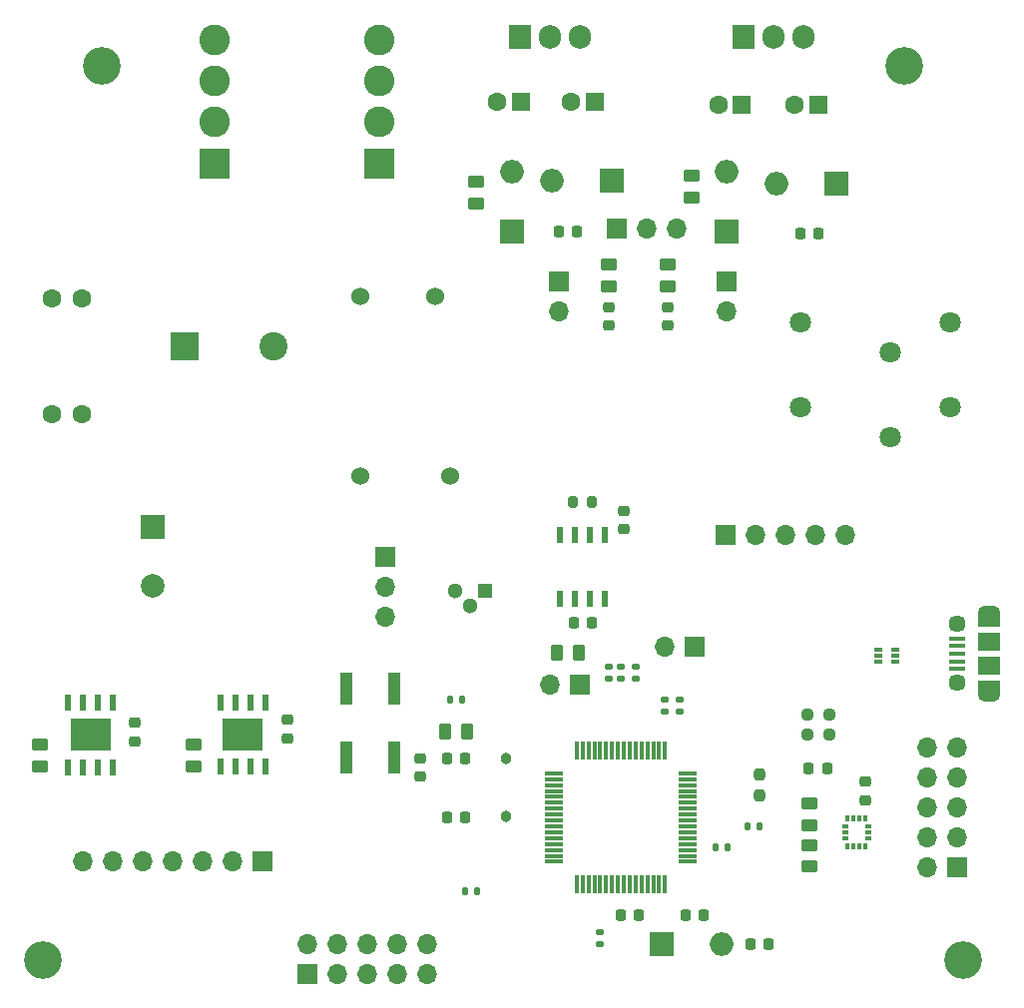
<source format=gts>
G04 #@! TF.GenerationSoftware,KiCad,Pcbnew,7.0.8-7.0.8~ubuntu22.04.1*
G04 #@! TF.CreationDate,2024-01-26T15:53:44+01:00*
G04 #@! TF.ProjectId,shoulder,73686f75-6c64-4657-922e-6b696361645f,1.1*
G04 #@! TF.SameCoordinates,Original*
G04 #@! TF.FileFunction,Soldermask,Top*
G04 #@! TF.FilePolarity,Negative*
%FSLAX46Y46*%
G04 Gerber Fmt 4.6, Leading zero omitted, Abs format (unit mm)*
G04 Created by KiCad (PCBNEW 7.0.8-7.0.8~ubuntu22.04.1) date 2024-01-26 15:53:44*
%MOMM*%
%LPD*%
G01*
G04 APERTURE LIST*
G04 Aperture macros list*
%AMRoundRect*
0 Rectangle with rounded corners*
0 $1 Rounding radius*
0 $2 $3 $4 $5 $6 $7 $8 $9 X,Y pos of 4 corners*
0 Add a 4 corners polygon primitive as box body*
4,1,4,$2,$3,$4,$5,$6,$7,$8,$9,$2,$3,0*
0 Add four circle primitives for the rounded corners*
1,1,$1+$1,$2,$3*
1,1,$1+$1,$4,$5*
1,1,$1+$1,$6,$7*
1,1,$1+$1,$8,$9*
0 Add four rect primitives between the rounded corners*
20,1,$1+$1,$2,$3,$4,$5,0*
20,1,$1+$1,$4,$5,$6,$7,0*
20,1,$1+$1,$6,$7,$8,$9,0*
20,1,$1+$1,$8,$9,$2,$3,0*%
G04 Aperture macros list end*
%ADD10C,1.600200*%
%ADD11R,2.000000X2.000000*%
%ADD12O,2.000000X2.000000*%
%ADD13R,2.400000X2.400000*%
%ADD14C,2.400000*%
%ADD15RoundRect,0.135000X0.135000X0.185000X-0.135000X0.185000X-0.135000X-0.185000X0.135000X-0.185000X0*%
%ADD16R,1.700000X1.700000*%
%ADD17O,1.700000X1.700000*%
%ADD18C,3.200000*%
%ADD19R,1.905000X2.000000*%
%ADD20O,1.905000X2.000000*%
%ADD21C,1.800000*%
%ADD22RoundRect,0.225000X-0.250000X0.225000X-0.250000X-0.225000X0.250000X-0.225000X0.250000X0.225000X0*%
%ADD23RoundRect,0.200000X0.200000X0.275000X-0.200000X0.275000X-0.200000X-0.275000X0.200000X-0.275000X0*%
%ADD24R,1.600000X1.600000*%
%ADD25C,1.600000*%
%ADD26RoundRect,0.135000X0.185000X-0.135000X0.185000X0.135000X-0.185000X0.135000X-0.185000X-0.135000X0*%
%ADD27R,1.350000X0.400000*%
%ADD28O,1.900000X1.200000*%
%ADD29R,1.900000X1.200000*%
%ADD30C,1.450000*%
%ADD31R,1.900000X1.500000*%
%ADD32RoundRect,0.135000X-0.185000X0.135000X-0.185000X-0.135000X0.185000X-0.135000X0.185000X0.135000X0*%
%ADD33RoundRect,0.135000X-0.135000X-0.185000X0.135000X-0.185000X0.135000X0.185000X-0.135000X0.185000X0*%
%ADD34RoundRect,0.225000X0.225000X0.250000X-0.225000X0.250000X-0.225000X-0.250000X0.225000X-0.250000X0*%
%ADD35R,1.300000X1.300000*%
%ADD36C,1.300000*%
%ADD37RoundRect,0.250000X0.450000X-0.262500X0.450000X0.262500X-0.450000X0.262500X-0.450000X-0.262500X0*%
%ADD38RoundRect,0.218750X0.256250X-0.218750X0.256250X0.218750X-0.256250X0.218750X-0.256250X-0.218750X0*%
%ADD39R,0.558800X1.460500*%
%ADD40R,3.403600X2.717800*%
%ADD41RoundRect,0.237500X-0.250000X-0.237500X0.250000X-0.237500X0.250000X0.237500X-0.250000X0.237500X0*%
%ADD42RoundRect,0.250000X-0.450000X0.262500X-0.450000X-0.262500X0.450000X-0.262500X0.450000X0.262500X0*%
%ADD43C,1.524000*%
%ADD44RoundRect,0.225000X-0.225000X-0.250000X0.225000X-0.250000X0.225000X0.250000X-0.225000X0.250000X0*%
%ADD45R,0.351536X0.576580*%
%ADD46R,0.576580X0.351536*%
%ADD47R,0.532600X1.454899*%
%ADD48R,1.000000X2.800000*%
%ADD49C,0.965200*%
%ADD50R,2.600000X2.600000*%
%ADD51C,2.600000*%
%ADD52RoundRect,0.225000X0.250000X-0.225000X0.250000X0.225000X-0.250000X0.225000X-0.250000X-0.225000X0*%
%ADD53RoundRect,0.075000X-0.700000X-0.075000X0.700000X-0.075000X0.700000X0.075000X-0.700000X0.075000X0*%
%ADD54RoundRect,0.075000X-0.075000X-0.700000X0.075000X-0.700000X0.075000X0.700000X-0.075000X0.700000X0*%
%ADD55RoundRect,0.237500X-0.237500X0.250000X-0.237500X-0.250000X0.237500X-0.250000X0.237500X0.250000X0*%
%ADD56C,2.000000*%
%ADD57RoundRect,0.250000X-0.262500X-0.450000X0.262500X-0.450000X0.262500X0.450000X-0.262500X0.450000X0*%
%ADD58R,0.685800X0.330200*%
%ADD59RoundRect,0.250000X0.262500X0.450000X-0.262500X0.450000X-0.262500X-0.450000X0.262500X-0.450000X0*%
%ADD60RoundRect,0.237500X0.250000X0.237500X-0.250000X0.237500X-0.250000X-0.237500X0.250000X-0.237500X0*%
%ADD61RoundRect,0.218750X0.218750X0.256250X-0.218750X0.256250X-0.218750X-0.256250X0.218750X-0.256250X0*%
G04 APERTURE END LIST*
D10*
X67500000Y-42250000D03*
X70040000Y-42250000D03*
D11*
X134000000Y-32500000D03*
D12*
X128920000Y-32500000D03*
D13*
X78737246Y-46250000D03*
D14*
X86237246Y-46250000D03*
D15*
X124769999Y-88750000D03*
X123749999Y-88750000D03*
D16*
X89175000Y-99525000D03*
D17*
X89175000Y-96985000D03*
X91715000Y-99525000D03*
X91715000Y-96985000D03*
X94255000Y-99525000D03*
X94255000Y-96985000D03*
X96795000Y-99525000D03*
X96795000Y-96985000D03*
X99335000Y-99525000D03*
X99335000Y-96985000D03*
D18*
X144750000Y-98350000D03*
D16*
X124750000Y-40750000D03*
D17*
X124750000Y-43290000D03*
D19*
X107170000Y-20000000D03*
D20*
X109710000Y-20000000D03*
X112250000Y-20000000D03*
D18*
X71750000Y-22500000D03*
D21*
X131000000Y-44250000D03*
X138620000Y-46790000D03*
X143700000Y-44250000D03*
D22*
X98750000Y-81225000D03*
X98750000Y-82775000D03*
D23*
X113325000Y-59500000D03*
X111675000Y-59500000D03*
D16*
X144290000Y-90500000D03*
D17*
X141750000Y-90500000D03*
X144290000Y-87960000D03*
X141750000Y-87960000D03*
X144290000Y-85420000D03*
X141750000Y-85420000D03*
X144290000Y-82880000D03*
X141750000Y-82880000D03*
X144290000Y-80340000D03*
X141750000Y-80340000D03*
D24*
X107250000Y-25500000D03*
D25*
X105250000Y-25500000D03*
D26*
X114000000Y-97010000D03*
X114000000Y-95990000D03*
D11*
X106500000Y-36540000D03*
D12*
X106500000Y-31460000D03*
D27*
X144250000Y-73650000D03*
X144250000Y-73000000D03*
X144250000Y-72350000D03*
X144250000Y-71700000D03*
X144250000Y-71050000D03*
D28*
X146950000Y-75850000D03*
D29*
X146950000Y-75250000D03*
D30*
X144250000Y-74850000D03*
D31*
X146950000Y-73350000D03*
X146950000Y-71350000D03*
D30*
X144250000Y-69850000D03*
D29*
X146950000Y-69450000D03*
D28*
X146950000Y-68850000D03*
D32*
X120750000Y-76249999D03*
X120750000Y-77269999D03*
D11*
X115000000Y-32250000D03*
D12*
X109920000Y-32250000D03*
D33*
X101240000Y-76250000D03*
X102260000Y-76250000D03*
D24*
X126000000Y-25750000D03*
D25*
X124000000Y-25750000D03*
D34*
X117275000Y-94500000D03*
X115725000Y-94500000D03*
D35*
X104250000Y-67000000D03*
D36*
X102980000Y-68270000D03*
X101710000Y-67000000D03*
D18*
X66750000Y-98350000D03*
D37*
X66500000Y-81912500D03*
X66500000Y-80087500D03*
D38*
X119750000Y-44537500D03*
X119750000Y-42962500D03*
D18*
X139750000Y-22500000D03*
D39*
X68845000Y-81974150D03*
X70115000Y-81974150D03*
X71385000Y-81974150D03*
X72655000Y-81974150D03*
X72655000Y-76525850D03*
X71385000Y-76525850D03*
X70115000Y-76525850D03*
X68845000Y-76525850D03*
D40*
X70750000Y-79250000D03*
D41*
X131587500Y-79250000D03*
X133412500Y-79250000D03*
D42*
X131750000Y-85087500D03*
X131750000Y-86912500D03*
D43*
X93630000Y-57250000D03*
X93630000Y-42010000D03*
X99980000Y-42010000D03*
X101250000Y-57250000D03*
D11*
X119210000Y-97000000D03*
D12*
X124290000Y-97000000D03*
D19*
X126170000Y-20000000D03*
D20*
X128710000Y-20000000D03*
X131250000Y-20000000D03*
D44*
X121225000Y-94500000D03*
X122775000Y-94500000D03*
D45*
X134999999Y-88710300D03*
X135500000Y-88710300D03*
X136000000Y-88710300D03*
X136500001Y-88710300D03*
D46*
X136706300Y-87999999D03*
X136706300Y-87500000D03*
X136706300Y-87000001D03*
D45*
X136500001Y-86289700D03*
X136000000Y-86289700D03*
X135500000Y-86289700D03*
X134999999Y-86289700D03*
D46*
X134793700Y-87000001D03*
X134793700Y-87500000D03*
X134793700Y-87999999D03*
D38*
X114750000Y-44537500D03*
X114750000Y-42962500D03*
D47*
X110595000Y-67721348D03*
X111865000Y-67721348D03*
X113135000Y-67721348D03*
X114405000Y-67721348D03*
X114405000Y-62278652D03*
X113135000Y-62278652D03*
X111865000Y-62278652D03*
X110595000Y-62278652D03*
D16*
X115420000Y-36250000D03*
D17*
X117960000Y-36250000D03*
X120500000Y-36250000D03*
D15*
X127510000Y-87000000D03*
X126490000Y-87000000D03*
D16*
X110500000Y-40750000D03*
D17*
X110500000Y-43290000D03*
D48*
X92500000Y-81150000D03*
X92500000Y-75350000D03*
X96500000Y-81150000D03*
X96500000Y-75350000D03*
D39*
X81750000Y-81948300D03*
X83020000Y-81948300D03*
X84290000Y-81948300D03*
X85560000Y-81948300D03*
X85560000Y-76500000D03*
X84290000Y-76500000D03*
X83020000Y-76500000D03*
X81750000Y-76500000D03*
D40*
X83655000Y-79224150D03*
D49*
X106000000Y-81250000D03*
X106000000Y-86130001D03*
D50*
X81295000Y-30750000D03*
D51*
X81295000Y-27250000D03*
X81295000Y-23750000D03*
X81295000Y-20250000D03*
D52*
X116000000Y-61775000D03*
X116000000Y-60225000D03*
D53*
X110075000Y-82500000D03*
X110075000Y-83000000D03*
X110075000Y-83500000D03*
X110075000Y-84000000D03*
X110075000Y-84500000D03*
X110075000Y-85000000D03*
X110075000Y-85500000D03*
X110075000Y-86000000D03*
X110075000Y-86500000D03*
X110075000Y-87000000D03*
X110075000Y-87500000D03*
X110075000Y-88000000D03*
X110075000Y-88500000D03*
X110075000Y-89000000D03*
X110075000Y-89500000D03*
X110075000Y-90000000D03*
D54*
X112000000Y-91925000D03*
X112500000Y-91925000D03*
X113000000Y-91925000D03*
X113500000Y-91925000D03*
X114000000Y-91925000D03*
X114500000Y-91925000D03*
X115000000Y-91925000D03*
X115500000Y-91925000D03*
X116000000Y-91925000D03*
X116500000Y-91925000D03*
X117000000Y-91925000D03*
X117500000Y-91925000D03*
X118000000Y-91925000D03*
X118500000Y-91925000D03*
X119000000Y-91925000D03*
X119500000Y-91925000D03*
D53*
X121425000Y-90000000D03*
X121425000Y-89500000D03*
X121425000Y-89000000D03*
X121425000Y-88500000D03*
X121425000Y-88000000D03*
X121425000Y-87500000D03*
X121425000Y-87000000D03*
X121425000Y-86500000D03*
X121425000Y-86000000D03*
X121425000Y-85500000D03*
X121425000Y-85000000D03*
X121425000Y-84500000D03*
X121425000Y-84000000D03*
X121425000Y-83500000D03*
X121425000Y-83000000D03*
X121425000Y-82500000D03*
D54*
X119500000Y-80575000D03*
X119000000Y-80575000D03*
X118500000Y-80575000D03*
X118000000Y-80575000D03*
X117500000Y-80575000D03*
X117000000Y-80575000D03*
X116500000Y-80575000D03*
X116000000Y-80575000D03*
X115500000Y-80575000D03*
X115000000Y-80575000D03*
X114500000Y-80575000D03*
X114000000Y-80575000D03*
X113500000Y-80575000D03*
X113000000Y-80575000D03*
X112500000Y-80575000D03*
X112000000Y-80575000D03*
D34*
X113275000Y-69750000D03*
X111725000Y-69750000D03*
D16*
X122000000Y-71750000D03*
D17*
X119460000Y-71750000D03*
D16*
X124675000Y-62250000D03*
D17*
X127215000Y-62250000D03*
X129755000Y-62250000D03*
X132295000Y-62250000D03*
X134835000Y-62250000D03*
D32*
X117000000Y-73490000D03*
X117000000Y-74510000D03*
X119500000Y-76240000D03*
X119500000Y-77260000D03*
D44*
X130975000Y-36750000D03*
X132525000Y-36750000D03*
D37*
X121750000Y-33662500D03*
X121750000Y-31837500D03*
D55*
X127500000Y-82587500D03*
X127500000Y-84412500D03*
D34*
X102525000Y-86250000D03*
X100975000Y-86250000D03*
X102525000Y-81250000D03*
X100975000Y-81250000D03*
D16*
X112250000Y-75000000D03*
D17*
X109710000Y-75000000D03*
D11*
X76000000Y-61632323D03*
D56*
X76000000Y-66632323D03*
D21*
X131025000Y-51475000D03*
X138645000Y-54015000D03*
X143725000Y-51475000D03*
D37*
X79500000Y-81912500D03*
X79500000Y-80087500D03*
D52*
X74500000Y-79775000D03*
X74500000Y-78225000D03*
D37*
X103500000Y-34162500D03*
X103500000Y-32337500D03*
D42*
X119750000Y-39337500D03*
X119750000Y-41162500D03*
D16*
X95750000Y-64170000D03*
D17*
X95750000Y-66710000D03*
X95750000Y-69250000D03*
D24*
X113500000Y-25500000D03*
D25*
X111500000Y-25500000D03*
D16*
X85330000Y-90000000D03*
D17*
X82790000Y-90000000D03*
X80250000Y-90000000D03*
X77710000Y-90000000D03*
X75170000Y-90000000D03*
X72630000Y-90000000D03*
X70090000Y-90000000D03*
D57*
X110337500Y-72250000D03*
X112162500Y-72250000D03*
D58*
X139000000Y-73000000D03*
X139000000Y-72500001D03*
X139000000Y-72000002D03*
X137577600Y-72000002D03*
X137577600Y-72500001D03*
X137577600Y-73000000D03*
D10*
X67460000Y-52000000D03*
X70000000Y-52000000D03*
D42*
X114750000Y-39337500D03*
X114750000Y-41162500D03*
D37*
X131750000Y-90412500D03*
X131750000Y-88587500D03*
D11*
X124750000Y-36500000D03*
D12*
X124750000Y-31420000D03*
D32*
X115750000Y-73490000D03*
X115750000Y-74510000D03*
D59*
X102662500Y-79000000D03*
X100837500Y-79000000D03*
D52*
X87500000Y-79525000D03*
X87500000Y-77975000D03*
D33*
X102500000Y-92500000D03*
X103520000Y-92500000D03*
D50*
X95295000Y-30750000D03*
D51*
X95295000Y-27250000D03*
X95295000Y-23750000D03*
X95295000Y-20250000D03*
D52*
X136500000Y-84775000D03*
X136500000Y-83225000D03*
D44*
X131685000Y-82080000D03*
X133235000Y-82080000D03*
D60*
X133412500Y-77500000D03*
X131587500Y-77500000D03*
D61*
X128287500Y-97000000D03*
X126712500Y-97000000D03*
D24*
X132500000Y-25750000D03*
D25*
X130500000Y-25750000D03*
D44*
X110475000Y-36500000D03*
X112025000Y-36500000D03*
D32*
X114750000Y-73480001D03*
X114750000Y-74500001D03*
M02*

</source>
